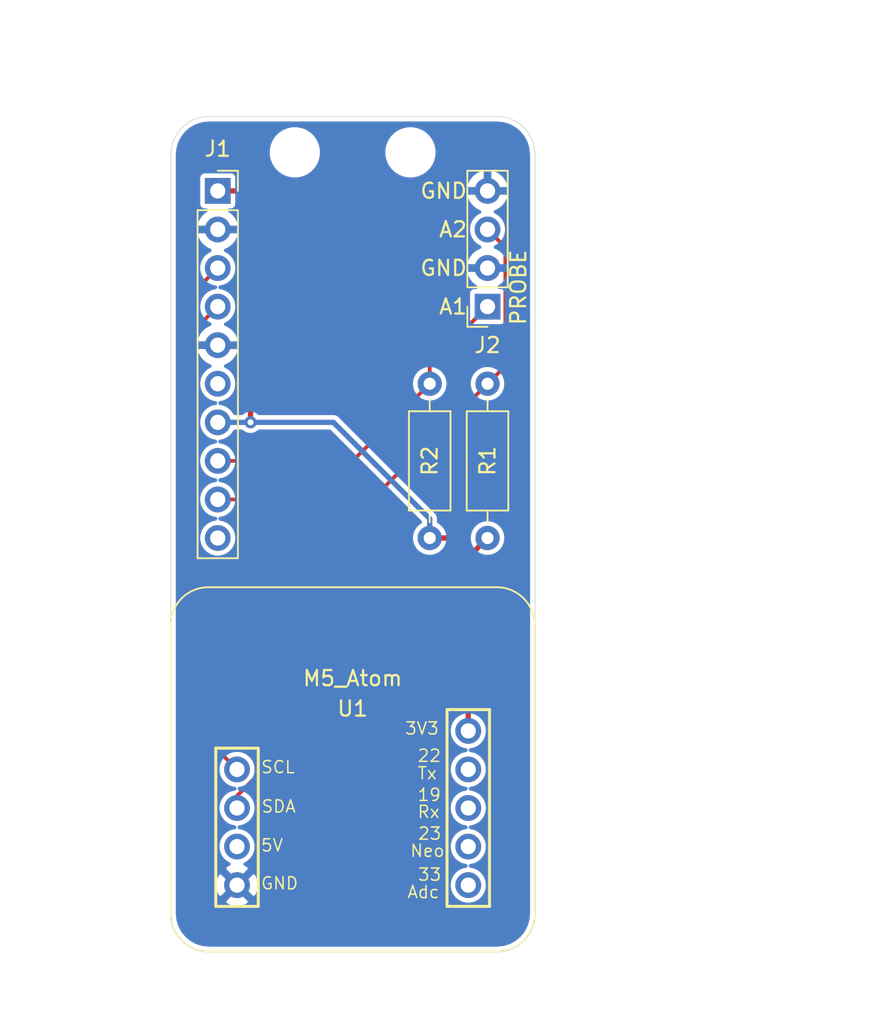
<source format=kicad_pcb>
(kicad_pcb (version 20171130) (host pcbnew 5.1.12-1.fc34)

  (general
    (thickness 1.6)
    (drawings 12)
    (tracks 30)
    (zones 0)
    (modules 7)
    (nets 14)
  )

  (page A4)
  (layers
    (0 F.Cu signal)
    (31 B.Cu signal)
    (32 B.Adhes user)
    (33 F.Adhes user)
    (34 B.Paste user)
    (35 F.Paste user)
    (36 B.SilkS user)
    (37 F.SilkS user)
    (38 B.Mask user)
    (39 F.Mask user)
    (40 Dwgs.User user)
    (41 Cmts.User user)
    (42 Eco1.User user)
    (43 Eco2.User user)
    (44 Edge.Cuts user)
    (45 Margin user)
    (46 B.CrtYd user)
    (47 F.CrtYd user)
    (48 B.Fab user)
    (49 F.Fab user)
  )

  (setup
    (last_trace_width 0.25)
    (trace_clearance 0.2)
    (zone_clearance 0.3)
    (zone_45_only no)
    (trace_min 0.2)
    (via_size 0.8)
    (via_drill 0.4)
    (via_min_size 0.4)
    (via_min_drill 0.3)
    (uvia_size 0.3)
    (uvia_drill 0.1)
    (uvias_allowed no)
    (uvia_min_size 0.2)
    (uvia_min_drill 0.1)
    (edge_width 0.05)
    (segment_width 0.2)
    (pcb_text_width 0.3)
    (pcb_text_size 1.5 1.5)
    (mod_edge_width 0.12)
    (mod_text_size 1 1)
    (mod_text_width 0.15)
    (pad_size 1.524 1.524)
    (pad_drill 0.762)
    (pad_to_mask_clearance 0)
    (aux_axis_origin 0 0)
    (visible_elements FFFFFF7F)
    (pcbplotparams
      (layerselection 0x010fc_ffffffff)
      (usegerberextensions false)
      (usegerberattributes true)
      (usegerberadvancedattributes true)
      (creategerberjobfile true)
      (excludeedgelayer true)
      (linewidth 0.100000)
      (plotframeref false)
      (viasonmask false)
      (mode 1)
      (useauxorigin false)
      (hpglpennumber 1)
      (hpglpenspeed 20)
      (hpglpendiameter 15.000000)
      (psnegative false)
      (psa4output false)
      (plotreference true)
      (plotvalue true)
      (plotinvisibletext false)
      (padsonsilk false)
      (subtractmaskfromsilk false)
      (outputformat 1)
      (mirror false)
      (drillshape 1)
      (scaleselection 1)
      (outputdirectory "../FAB/m5atom-2x-thermistor/"))
  )

  (net 0 "")
  (net 1 "Net-(U1-Pad7)")
  (net 2 "Net-(U1-Pad8)")
  (net 3 "Net-(U1-Pad9)")
  (net 4 /SDA)
  (net 5 /CLK)
  (net 6 +3V3)
  (net 7 GND)
  (net 8 "Net-(U1-Pad6)")
  (net 9 "Net-(J1-Pad10)")
  (net 10 /A2)
  (net 11 /A1)
  (net 12 "Net-(J1-Pad6)")
  (net 13 "Net-(U1-Pad3)")

  (net_class Default "This is the default net class."
    (clearance 0.2)
    (trace_width 0.25)
    (via_dia 0.8)
    (via_drill 0.4)
    (uvia_dia 0.3)
    (uvia_drill 0.1)
    (add_net /A1)
    (add_net /A2)
    (add_net /CLK)
    (add_net /SDA)
    (add_net "Net-(J1-Pad10)")
    (add_net "Net-(J1-Pad6)")
    (add_net "Net-(U1-Pad3)")
    (add_net "Net-(U1-Pad6)")
    (add_net "Net-(U1-Pad7)")
    (add_net "Net-(U1-Pad8)")
    (add_net "Net-(U1-Pad9)")
  )

  (net_class Supply ""
    (clearance 0.2)
    (trace_width 0.35)
    (via_dia 0.8)
    (via_drill 0.4)
    (uvia_dia 0.3)
    (uvia_drill 0.1)
    (add_net +3V3)
    (add_net GND)
  )

  (module m5atom-footprints:M5_Atom (layer F.Cu) (tedit 62935AD3) (tstamp 6293CADD)
    (at 157.48 127)
    (path /60280DDF)
    (fp_text reference U1 (at 0 -4) (layer F.SilkS)
      (effects (font (size 1 1) (thickness 0.15)))
    )
    (fp_text value M5_Atom (at 0 -6) (layer F.SilkS)
      (effects (font (size 1 1) (thickness 0.15)))
    )
    (fp_arc (start -9.5 9.5) (end -12 9.5) (angle -90) (layer Dwgs.User) (width 0.12))
    (fp_arc (start 9.5 9.5) (end 9.5 12) (angle -90) (layer Dwgs.User) (width 0.12))
    (fp_arc (start 9.5 -9.5) (end 12 -9.5) (angle -90) (layer Dwgs.User) (width 0.12))
    (fp_text user Neo (at 3.7352 5.3594) (layer F.SilkS)
      (effects (font (size 0.8 0.8) (thickness 0.1)) (justify left))
    )
    (fp_text user Adc (at 3.55 8.075) (layer F.SilkS)
      (effects (font (size 0.8 0.8) (thickness 0.1)) (justify left))
    )
    (fp_text user SCL (at -6.0894 -0.1524) (layer F.SilkS)
      (effects (font (size 0.8 0.8) (thickness 0.1)) (justify left))
    )
    (fp_text user 22 (at 4.225 -0.9) (layer F.SilkS)
      (effects (font (size 0.8 0.8) (thickness 0.1)) (justify left))
    )
    (fp_text user SDA (at -6.064 2.4384) (layer F.SilkS)
      (effects (font (size 0.8 0.8) (thickness 0.1)) (justify left))
    )
    (fp_text user GND (at -6.1 7.5) (layer F.SilkS)
      (effects (font (size 0.8 0.8) (thickness 0.1)) (justify left))
    )
    (fp_text user 33 (at 4.25 6.925) (layer F.SilkS)
      (effects (font (size 0.8 0.8) (thickness 0.1)) (justify left))
    )
    (fp_text user 5V (at -6.1 5) (layer F.SilkS)
      (effects (font (size 0.8 0.8) (thickness 0.1)) (justify left))
    )
    (fp_text user 3V3 (at 3.4 -2.7) (layer F.SilkS)
      (effects (font (size 0.8 0.8) (thickness 0.1)) (justify left))
    )
    (fp_text user Rx (at 4.2178 2.794) (layer F.SilkS)
      (effects (font (size 0.8 0.8) (thickness 0.1)) (justify left))
    )
    (fp_text user 23 (at 4.25 4.225) (layer F.SilkS)
      (effects (font (size 0.8 0.8) (thickness 0.1)) (justify left))
    )
    (fp_text user Tx (at 4.2178 0.254) (layer F.SilkS)
      (effects (font (size 0.8 0.8) (thickness 0.1)) (justify left))
    )
    (fp_text user 19 (at 4.225 1.675) (layer F.SilkS)
      (effects (font (size 0.8 0.8) (thickness 0.1)) (justify left))
    )
    (fp_arc (start -9.5 -9.5) (end -9.5 -12) (angle -90) (layer Dwgs.User) (width 0.12))
    (fp_line (start -12 9.5) (end -12 -9.5) (layer Dwgs.User) (width 0.12))
    (fp_line (start 9.5 12) (end -9.5 12) (layer Dwgs.User) (width 0.12))
    (fp_line (start 12 -9.5) (end 12 9.5) (layer Dwgs.User) (width 0.12))
    (fp_line (start -9.5 -12) (end 9.5 -12) (layer Dwgs.User) (width 0.12))
    (fp_line (start 9.02 9.02) (end 9.02 -3.94) (layer F.SilkS) (width 0.2))
    (fp_line (start -9.02 9.02) (end -6.22 9.02) (layer F.SilkS) (width 0.2))
    (fp_line (start 6.22 9.02) (end 9.02 9.02) (layer F.SilkS) (width 0.2))
    (fp_line (start -9.02 -1.4) (end -6.22 -1.4) (layer F.SilkS) (width 0.2))
    (fp_line (start -6.22 9.02) (end -6.22 -1.4) (layer F.SilkS) (width 0.2))
    (fp_line (start 6.22 9.02) (end 6.22 -3.94) (layer F.SilkS) (width 0.2))
    (fp_line (start 6.22 -3.94) (end 9.02 -3.94) (layer F.SilkS) (width 0.2))
    (fp_line (start -9.02 9.02) (end -9.02 -1.4) (layer F.SilkS) (width 0.2))
    (fp_line (start -12 9.5) (end -12 -9.5) (layer F.SilkS) (width 0.12))
    (fp_line (start 9.5 12) (end -9.5 12) (layer F.SilkS) (width 0.12))
    (fp_arc (start -9.5 9.5) (end -12 9.5) (angle -90) (layer F.SilkS) (width 0.12))
    (fp_arc (start 9.5 -9.5) (end 12 -9.5) (angle -90) (layer F.SilkS) (width 0.12))
    (fp_line (start -9.5 -12) (end 9.5 -12) (layer F.SilkS) (width 0.12))
    (fp_line (start 12 -9.5) (end 12 9.5) (layer F.SilkS) (width 0.12))
    (fp_arc (start 9.5 9.5) (end 9.5 12) (angle -90) (layer F.SilkS) (width 0.12))
    (fp_arc (start -9.5 -9.5) (end -9.5 -12) (angle -90) (layer F.SilkS) (width 0.12))
    (pad 9 thru_hole circle (at 7.62 7.62) (size 1.7 1.7) (drill 1) (layers *.Cu *.Mask)
      (net 3 "Net-(U1-Pad9)"))
    (pad 2 thru_hole circle (at -7.62 2.54 180) (size 1.7 1.7) (drill 1) (layers *.Cu *.Mask)
      (net 4 /SDA))
    (pad 1 thru_hole circle (at -7.62 0 180) (size 1.7 1.7) (drill 1) (layers *.Cu *.Mask)
      (net 5 /CLK))
    (pad 7 thru_hole circle (at 7.62 2.54) (size 1.7 1.7) (drill 1) (layers *.Cu *.Mask)
      (net 1 "Net-(U1-Pad7)"))
    (pad 8 thru_hole circle (at 7.62 5.08) (size 1.7 1.7) (drill 1) (layers *.Cu *.Mask)
      (net 2 "Net-(U1-Pad8)"))
    (pad 3 thru_hole circle (at -7.62 5.08 180) (size 1.7 1.7) (drill 1) (layers *.Cu *.Mask)
      (net 13 "Net-(U1-Pad3)"))
    (pad 6 thru_hole circle (at 7.62 0) (size 1.7 1.7) (drill 1) (layers *.Cu *.Mask)
      (net 8 "Net-(U1-Pad6)"))
    (pad 5 thru_hole circle (at 7.62 -2.54) (size 1.7 1.7) (drill 1) (layers *.Cu *.Mask)
      (net 6 +3V3))
    (pad 4 thru_hole circle (at -7.62 7.62 180) (size 1.7 1.7) (drill 1) (layers *.Cu *.Mask)
      (net 7 GND))
  )

  (module MountingHole:MountingHole_2.7mm (layer F.Cu) (tedit 56D1B4CB) (tstamp 6293E600)
    (at 153.67 86.36)
    (descr "Mounting Hole 2.7mm, no annular")
    (tags "mounting hole 2.7mm no annular")
    (path /629874DD)
    (attr virtual)
    (fp_text reference H2 (at 0 -3.7) (layer F.SilkS) hide
      (effects (font (size 1 1) (thickness 0.15)))
    )
    (fp_text value MountingHole (at 0 3.7) (layer F.Fab) hide
      (effects (font (size 1 1) (thickness 0.15)))
    )
    (fp_text user %R (at 0.3 0) (layer F.Fab)
      (effects (font (size 1 1) (thickness 0.15)))
    )
    (fp_circle (center 0 0) (end 2.7 0) (layer Cmts.User) (width 0.15))
    (fp_circle (center 0 0) (end 2.95 0) (layer F.CrtYd) (width 0.05))
    (pad 1 np_thru_hole circle (at 0 0) (size 2.7 2.7) (drill 2.7) (layers *.Cu *.Mask))
  )

  (module MountingHole:MountingHole_2.7mm (layer F.Cu) (tedit 56D1B4CB) (tstamp 6293E2AC)
    (at 161.29 86.36)
    (descr "Mounting Hole 2.7mm, no annular")
    (tags "mounting hole 2.7mm no annular")
    (path /629863A4)
    (attr virtual)
    (fp_text reference H1 (at 0 -3.7 90) (layer F.SilkS) hide
      (effects (font (size 1 1) (thickness 0.15)))
    )
    (fp_text value MountingHole (at 0 3.7) (layer F.Fab) hide
      (effects (font (size 1 1) (thickness 0.15)))
    )
    (fp_text user %R (at 0.3 0) (layer F.Fab)
      (effects (font (size 1 1) (thickness 0.15)))
    )
    (fp_circle (center 0 0) (end 2.7 0) (layer Cmts.User) (width 0.15))
    (fp_circle (center 0 0) (end 2.95 0) (layer F.CrtYd) (width 0.05))
    (pad 1 np_thru_hole circle (at 0 0) (size 2.7 2.7) (drill 2.7) (layers *.Cu *.Mask))
  )

  (module Connector_PinSocket_2.54mm:PinSocket_1x10_P2.54mm_Vertical (layer F.Cu) (tedit 5A19A425) (tstamp 6293CC67)
    (at 148.59 88.9)
    (descr "Through hole straight socket strip, 1x10, 2.54mm pitch, single row (from Kicad 4.0.7), script generated")
    (tags "Through hole socket strip THT 1x10 2.54mm single row")
    (path /62940FD0)
    (fp_text reference J1 (at 0 -2.77) (layer F.SilkS)
      (effects (font (size 1 1) (thickness 0.15)))
    )
    (fp_text value ADS1115_MOD (at 2.54 19.26 90) (layer F.Fab)
      (effects (font (size 1 1) (thickness 0.15)))
    )
    (fp_text user %R (at 0 11.43 90) (layer F.Fab)
      (effects (font (size 1 1) (thickness 0.15)))
    )
    (fp_line (start -1.27 -1.27) (end 0.635 -1.27) (layer F.Fab) (width 0.1))
    (fp_line (start 0.635 -1.27) (end 1.27 -0.635) (layer F.Fab) (width 0.1))
    (fp_line (start 1.27 -0.635) (end 1.27 24.13) (layer F.Fab) (width 0.1))
    (fp_line (start 1.27 24.13) (end -1.27 24.13) (layer F.Fab) (width 0.1))
    (fp_line (start -1.27 24.13) (end -1.27 -1.27) (layer F.Fab) (width 0.1))
    (fp_line (start -1.33 1.27) (end 1.33 1.27) (layer F.SilkS) (width 0.12))
    (fp_line (start -1.33 1.27) (end -1.33 24.19) (layer F.SilkS) (width 0.12))
    (fp_line (start -1.33 24.19) (end 1.33 24.19) (layer F.SilkS) (width 0.12))
    (fp_line (start 1.33 1.27) (end 1.33 24.19) (layer F.SilkS) (width 0.12))
    (fp_line (start 1.33 -1.33) (end 1.33 0) (layer F.SilkS) (width 0.12))
    (fp_line (start 0 -1.33) (end 1.33 -1.33) (layer F.SilkS) (width 0.12))
    (fp_line (start -1.8 -1.8) (end 1.75 -1.8) (layer F.CrtYd) (width 0.05))
    (fp_line (start 1.75 -1.8) (end 1.75 24.6) (layer F.CrtYd) (width 0.05))
    (fp_line (start 1.75 24.6) (end -1.8 24.6) (layer F.CrtYd) (width 0.05))
    (fp_line (start -1.8 24.6) (end -1.8 -1.8) (layer F.CrtYd) (width 0.05))
    (pad 10 thru_hole oval (at 0 22.86) (size 1.7 1.7) (drill 1) (layers *.Cu *.Mask)
      (net 9 "Net-(J1-Pad10)"))
    (pad 9 thru_hole oval (at 0 20.32) (size 1.7 1.7) (drill 1) (layers *.Cu *.Mask)
      (net 10 /A2))
    (pad 8 thru_hole oval (at 0 17.78) (size 1.7 1.7) (drill 1) (layers *.Cu *.Mask)
      (net 11 /A1))
    (pad 7 thru_hole oval (at 0 15.24) (size 1.7 1.7) (drill 1) (layers *.Cu *.Mask)
      (net 6 +3V3))
    (pad 6 thru_hole oval (at 0 12.7) (size 1.7 1.7) (drill 1) (layers *.Cu *.Mask)
      (net 12 "Net-(J1-Pad6)"))
    (pad 5 thru_hole oval (at 0 10.16) (size 1.7 1.7) (drill 1) (layers *.Cu *.Mask)
      (net 7 GND))
    (pad 4 thru_hole oval (at 0 7.62) (size 1.7 1.7) (drill 1) (layers *.Cu *.Mask)
      (net 4 /SDA))
    (pad 3 thru_hole oval (at 0 5.08) (size 1.7 1.7) (drill 1) (layers *.Cu *.Mask)
      (net 5 /CLK))
    (pad 2 thru_hole oval (at 0 2.54) (size 1.7 1.7) (drill 1) (layers *.Cu *.Mask)
      (net 7 GND))
    (pad 1 thru_hole rect (at 0 0) (size 1.7 1.7) (drill 1) (layers *.Cu *.Mask)
      (net 6 +3V3))
    (model ${KISYS3DMOD}/Connector_PinSocket_2.54mm.3dshapes/PinSocket_1x10_P2.54mm_Vertical.wrl
      (at (xyz 0 0 0))
      (scale (xyz 1 1 1))
      (rotate (xyz 0 0 0))
    )
  )

  (module Resistor_THT:R_Axial_DIN0207_L6.3mm_D2.5mm_P10.16mm_Horizontal (layer F.Cu) (tedit 5AE5139B) (tstamp 6293CE46)
    (at 162.56 111.76 90)
    (descr "Resistor, Axial_DIN0207 series, Axial, Horizontal, pin pitch=10.16mm, 0.25W = 1/4W, length*diameter=6.3*2.5mm^2, http://cdn-reichelt.de/documents/datenblatt/B400/1_4W%23YAG.pdf")
    (tags "Resistor Axial_DIN0207 series Axial Horizontal pin pitch 10.16mm 0.25W = 1/4W length 6.3mm diameter 2.5mm")
    (path /6295B949)
    (fp_text reference R2 (at 5.08 0 90) (layer F.SilkS)
      (effects (font (size 1 1) (thickness 0.15)))
    )
    (fp_text value 200k (at 5.08 0 90) (layer F.Fab)
      (effects (font (size 1 1) (thickness 0.15)))
    )
    (fp_text user %R (at 5.08 0 90) (layer F.Fab)
      (effects (font (size 1 1) (thickness 0.15)))
    )
    (fp_line (start 1.93 -1.25) (end 1.93 1.25) (layer F.Fab) (width 0.1))
    (fp_line (start 1.93 1.25) (end 8.23 1.25) (layer F.Fab) (width 0.1))
    (fp_line (start 8.23 1.25) (end 8.23 -1.25) (layer F.Fab) (width 0.1))
    (fp_line (start 8.23 -1.25) (end 1.93 -1.25) (layer F.Fab) (width 0.1))
    (fp_line (start 0 0) (end 1.93 0) (layer F.Fab) (width 0.1))
    (fp_line (start 10.16 0) (end 8.23 0) (layer F.Fab) (width 0.1))
    (fp_line (start 1.81 -1.37) (end 1.81 1.37) (layer F.SilkS) (width 0.12))
    (fp_line (start 1.81 1.37) (end 8.35 1.37) (layer F.SilkS) (width 0.12))
    (fp_line (start 8.35 1.37) (end 8.35 -1.37) (layer F.SilkS) (width 0.12))
    (fp_line (start 8.35 -1.37) (end 1.81 -1.37) (layer F.SilkS) (width 0.12))
    (fp_line (start 1.04 0) (end 1.81 0) (layer F.SilkS) (width 0.12))
    (fp_line (start 9.12 0) (end 8.35 0) (layer F.SilkS) (width 0.12))
    (fp_line (start -1.05 -1.5) (end -1.05 1.5) (layer F.CrtYd) (width 0.05))
    (fp_line (start -1.05 1.5) (end 11.21 1.5) (layer F.CrtYd) (width 0.05))
    (fp_line (start 11.21 1.5) (end 11.21 -1.5) (layer F.CrtYd) (width 0.05))
    (fp_line (start 11.21 -1.5) (end -1.05 -1.5) (layer F.CrtYd) (width 0.05))
    (pad 2 thru_hole oval (at 10.16 0 90) (size 1.6 1.6) (drill 0.8) (layers *.Cu *.Mask)
      (net 11 /A1))
    (pad 1 thru_hole circle (at 0 0 90) (size 1.6 1.6) (drill 0.8) (layers *.Cu *.Mask)
      (net 6 +3V3))
    (model ${KISYS3DMOD}/Resistor_THT.3dshapes/R_Axial_DIN0207_L6.3mm_D2.5mm_P10.16mm_Horizontal.wrl
      (at (xyz 0 0 0))
      (scale (xyz 1 1 1))
      (rotate (xyz 0 0 0))
    )
  )

  (module Resistor_THT:R_Axial_DIN0207_L6.3mm_D2.5mm_P10.16mm_Horizontal (layer F.Cu) (tedit 5AE5139B) (tstamp 6293CA88)
    (at 166.37 111.76 90)
    (descr "Resistor, Axial_DIN0207 series, Axial, Horizontal, pin pitch=10.16mm, 0.25W = 1/4W, length*diameter=6.3*2.5mm^2, http://cdn-reichelt.de/documents/datenblatt/B400/1_4W%23YAG.pdf")
    (tags "Resistor Axial_DIN0207 series Axial Horizontal pin pitch 10.16mm 0.25W = 1/4W length 6.3mm diameter 2.5mm")
    (path /62961A52)
    (fp_text reference R1 (at 5.08 0 90) (layer F.SilkS)
      (effects (font (size 1 1) (thickness 0.15)))
    )
    (fp_text value 200k (at 5.08 0 90) (layer F.Fab)
      (effects (font (size 1 1) (thickness 0.15)))
    )
    (fp_text user %R (at 5.08 0 90) (layer F.Fab)
      (effects (font (size 1 1) (thickness 0.15)))
    )
    (fp_line (start 1.93 -1.25) (end 1.93 1.25) (layer F.Fab) (width 0.1))
    (fp_line (start 1.93 1.25) (end 8.23 1.25) (layer F.Fab) (width 0.1))
    (fp_line (start 8.23 1.25) (end 8.23 -1.25) (layer F.Fab) (width 0.1))
    (fp_line (start 8.23 -1.25) (end 1.93 -1.25) (layer F.Fab) (width 0.1))
    (fp_line (start 0 0) (end 1.93 0) (layer F.Fab) (width 0.1))
    (fp_line (start 10.16 0) (end 8.23 0) (layer F.Fab) (width 0.1))
    (fp_line (start 1.81 -1.37) (end 1.81 1.37) (layer F.SilkS) (width 0.12))
    (fp_line (start 1.81 1.37) (end 8.35 1.37) (layer F.SilkS) (width 0.12))
    (fp_line (start 8.35 1.37) (end 8.35 -1.37) (layer F.SilkS) (width 0.12))
    (fp_line (start 8.35 -1.37) (end 1.81 -1.37) (layer F.SilkS) (width 0.12))
    (fp_line (start 1.04 0) (end 1.81 0) (layer F.SilkS) (width 0.12))
    (fp_line (start 9.12 0) (end 8.35 0) (layer F.SilkS) (width 0.12))
    (fp_line (start -1.05 -1.5) (end -1.05 1.5) (layer F.CrtYd) (width 0.05))
    (fp_line (start -1.05 1.5) (end 11.21 1.5) (layer F.CrtYd) (width 0.05))
    (fp_line (start 11.21 1.5) (end 11.21 -1.5) (layer F.CrtYd) (width 0.05))
    (fp_line (start 11.21 -1.5) (end -1.05 -1.5) (layer F.CrtYd) (width 0.05))
    (pad 2 thru_hole oval (at 10.16 0 90) (size 1.6 1.6) (drill 0.8) (layers *.Cu *.Mask)
      (net 10 /A2))
    (pad 1 thru_hole circle (at 0 0 90) (size 1.6 1.6) (drill 0.8) (layers *.Cu *.Mask)
      (net 6 +3V3))
    (model ${KISYS3DMOD}/Resistor_THT.3dshapes/R_Axial_DIN0207_L6.3mm_D2.5mm_P10.16mm_Horizontal.wrl
      (at (xyz 0 0 0))
      (scale (xyz 1 1 1))
      (rotate (xyz 0 0 0))
    )
  )

  (module Connector_PinSocket_2.54mm:PinSocket_1x04_P2.54mm_Vertical (layer F.Cu) (tedit 5A19A429) (tstamp 6293D099)
    (at 166.37 96.52 180)
    (descr "Through hole straight socket strip, 1x04, 2.54mm pitch, single row (from Kicad 4.0.7), script generated")
    (tags "Through hole socket strip THT 1x04 2.54mm single row")
    (path /62958103)
    (fp_text reference J2 (at 0 -2.54) (layer F.SilkS)
      (effects (font (size 1 1) (thickness 0.15)))
    )
    (fp_text value PROBE (at -2.032 1.27 90) (layer F.SilkS)
      (effects (font (size 1 1) (thickness 0.15)))
    )
    (fp_text user %R (at 0 -2.54 180) (layer F.Fab)
      (effects (font (size 1 1) (thickness 0.15)))
    )
    (fp_line (start -1.27 -1.27) (end 0.635 -1.27) (layer F.Fab) (width 0.1))
    (fp_line (start 0.635 -1.27) (end 1.27 -0.635) (layer F.Fab) (width 0.1))
    (fp_line (start 1.27 -0.635) (end 1.27 8.89) (layer F.Fab) (width 0.1))
    (fp_line (start 1.27 8.89) (end -1.27 8.89) (layer F.Fab) (width 0.1))
    (fp_line (start -1.27 8.89) (end -1.27 -1.27) (layer F.Fab) (width 0.1))
    (fp_line (start -1.33 1.27) (end 1.33 1.27) (layer F.SilkS) (width 0.12))
    (fp_line (start -1.33 1.27) (end -1.33 8.95) (layer F.SilkS) (width 0.12))
    (fp_line (start -1.33 8.95) (end 1.33 8.95) (layer F.SilkS) (width 0.12))
    (fp_line (start 1.33 1.27) (end 1.33 8.95) (layer F.SilkS) (width 0.12))
    (fp_line (start 1.33 -1.33) (end 1.33 0) (layer F.SilkS) (width 0.12))
    (fp_line (start 0 -1.33) (end 1.33 -1.33) (layer F.SilkS) (width 0.12))
    (fp_line (start -1.8 -1.8) (end 1.75 -1.8) (layer F.CrtYd) (width 0.05))
    (fp_line (start 1.75 -1.8) (end 1.75 9.4) (layer F.CrtYd) (width 0.05))
    (fp_line (start 1.75 9.4) (end -1.8 9.4) (layer F.CrtYd) (width 0.05))
    (fp_line (start -1.8 9.4) (end -1.8 -1.8) (layer F.CrtYd) (width 0.05))
    (pad 4 thru_hole oval (at 0 7.62 180) (size 1.7 1.7) (drill 1) (layers *.Cu *.Mask)
      (net 7 GND))
    (pad 3 thru_hole oval (at 0 5.08 180) (size 1.7 1.7) (drill 1) (layers *.Cu *.Mask)
      (net 10 /A2))
    (pad 2 thru_hole oval (at 0 2.54 180) (size 1.7 1.7) (drill 1) (layers *.Cu *.Mask)
      (net 7 GND))
    (pad 1 thru_hole rect (at 0 0 180) (size 1.7 1.7) (drill 1) (layers *.Cu *.Mask)
      (net 11 /A1))
    (model ${KISYS3DMOD}/Connector_PinSocket_2.54mm.3dshapes/PinSocket_1x04_P2.54mm_Vertical.wrl
      (at (xyz 0 0 0))
      (scale (xyz 1 1 1))
      (rotate (xyz 0 0 0))
    )
  )

  (gr_text A1 (at 165.1 96.52) (layer F.SilkS) (tstamp 6293F62B)
    (effects (font (size 1 1) (thickness 0.15)) (justify right))
  )
  (gr_text A2 (at 165.1 91.44) (layer F.SilkS) (tstamp 6293F629)
    (effects (font (size 1 1) (thickness 0.15)) (justify right))
  )
  (gr_text GND (at 165.1 93.98) (layer F.SilkS) (tstamp 6293F627)
    (effects (font (size 1 1) (thickness 0.15)) (justify right))
  )
  (gr_text GND (at 165.1 88.9) (layer F.SilkS)
    (effects (font (size 1 1) (thickness 0.15)) (justify right))
  )
  (gr_arc (start 148 86.5) (end 148 84) (angle -90) (layer Edge.Cuts) (width 0.05))
  (gr_arc (start 167 86.5) (end 169.5 86.5) (angle -90) (layer Edge.Cuts) (width 0.05))
  (gr_arc (start 167 136.5) (end 167 139) (angle -90) (layer Edge.Cuts) (width 0.05))
  (gr_arc (start 148 136.5) (end 145.5 136.5) (angle -90) (layer Edge.Cuts) (width 0.05))
  (gr_line (start 169.5 136.5) (end 169.5 86.5) (layer Edge.Cuts) (width 0.05))
  (gr_line (start 148 84) (end 167 84) (layer Edge.Cuts) (width 0.05))
  (gr_line (start 145.5 136.5) (end 145.5 86.5) (layer Edge.Cuts) (width 0.05))
  (gr_line (start 148 139) (end 167 139) (layer Edge.Cuts) (width 0.05) (tstamp 6293CA19))

  (segment (start 149.86 128.739002) (end 149.86 129.54) (width 0.25) (layer F.Cu) (net 4))
  (segment (start 151.13 124.46) (end 151.13 127.469002) (width 0.25) (layer F.Cu) (net 4))
  (segment (start 147.193 120.523) (end 151.13 124.46) (width 0.25) (layer F.Cu) (net 4))
  (segment (start 151.13 127.469002) (end 149.86 128.739002) (width 0.25) (layer F.Cu) (net 4))
  (segment (start 147.193 97.917) (end 147.193 120.523) (width 0.25) (layer F.Cu) (net 4))
  (segment (start 148.59 96.52) (end 147.193 97.917) (width 0.25) (layer F.Cu) (net 4))
  (segment (start 146.304 96.266) (end 146.304 123.444) (width 0.25) (layer F.Cu) (net 5))
  (segment (start 146.304 123.444) (end 149.86 127) (width 0.25) (layer F.Cu) (net 5))
  (segment (start 148.59 93.98) (end 146.304 96.266) (width 0.25) (layer F.Cu) (net 5))
  (segment (start 165.1 113.03) (end 166.37 111.76) (width 0.35) (layer F.Cu) (net 6))
  (segment (start 165.1 124.46) (end 165.1 113.03) (width 0.35) (layer F.Cu) (net 6))
  (segment (start 163.83 111.76) (end 165.1 113.03) (width 0.35) (layer F.Cu) (net 6))
  (segment (start 162.56 111.76) (end 163.83 111.76) (width 0.35) (layer F.Cu) (net 6))
  (segment (start 162.56 110.49) (end 162.56 111.76) (width 0.35) (layer B.Cu) (net 6))
  (segment (start 156.21 104.14) (end 162.56 110.49) (width 0.35) (layer B.Cu) (net 6))
  (via (at 150.749 104.14) (size 0.8) (drill 0.4) (layers F.Cu B.Cu) (net 6))
  (segment (start 148.59 104.14) (end 150.749 104.14) (width 0.35) (layer B.Cu) (net 6))
  (segment (start 150.749 104.14) (end 156.21 104.14) (width 0.35) (layer B.Cu) (net 6))
  (segment (start 150.749 89.662) (end 150.749 104.14) (width 0.35) (layer F.Cu) (net 6))
  (segment (start 149.987 88.9) (end 150.749 89.662) (width 0.35) (layer F.Cu) (net 6))
  (segment (start 148.59 88.9) (end 149.987 88.9) (width 0.35) (layer F.Cu) (net 6))
  (segment (start 158.75 109.22) (end 166.37 101.6) (width 0.25) (layer F.Cu) (net 10))
  (segment (start 148.59 109.22) (end 158.75 109.22) (width 0.25) (layer F.Cu) (net 10))
  (segment (start 167.545001 92.615001) (end 166.37 91.44) (width 0.25) (layer F.Cu) (net 10))
  (segment (start 167.545001 100.424999) (end 167.545001 92.615001) (width 0.25) (layer F.Cu) (net 10))
  (segment (start 166.37 101.6) (end 167.545001 100.424999) (width 0.25) (layer F.Cu) (net 10))
  (segment (start 157.48 106.68) (end 162.56 101.6) (width 0.25) (layer F.Cu) (net 11))
  (segment (start 148.59 106.68) (end 157.48 106.68) (width 0.25) (layer F.Cu) (net 11))
  (segment (start 162.56 100.33) (end 166.37 96.52) (width 0.25) (layer F.Cu) (net 11))
  (segment (start 162.56 101.6) (end 162.56 100.33) (width 0.25) (layer F.Cu) (net 11))

  (zone (net 7) (net_name GND) (layer B.Cu) (tstamp 0) (hatch edge 0.508)
    (connect_pads (clearance 0.3))
    (min_thickness 0.254)
    (fill yes (arc_segments 32) (thermal_gap 0.508) (thermal_bridge_width 0.508))
    (polygon
      (pts
        (xy 191.643 142.875) (xy 134.62 143.764) (xy 134.239 81.407) (xy 182.118 76.327)
      )
    )
    (filled_polygon
      (pts
        (xy 167.397373 84.49313) (xy 167.779606 84.608534) (xy 168.132149 84.795985) (xy 168.441565 85.048338) (xy 168.696073 85.355987)
        (xy 168.885977 85.707206) (xy 169.004047 86.088628) (xy 169.048001 86.506826) (xy 169.048 136.477891) (xy 169.00687 136.89737)
        (xy 168.891467 137.279605) (xy 168.704018 137.632146) (xy 168.451664 137.941562) (xy 168.144017 138.19607) (xy 167.792794 138.385977)
        (xy 167.411372 138.504047) (xy 166.993183 138.548) (xy 148.022109 138.548) (xy 147.60263 138.50687) (xy 147.220395 138.391467)
        (xy 146.867854 138.204018) (xy 146.558438 137.951664) (xy 146.30393 137.644017) (xy 146.114023 137.292794) (xy 145.995953 136.911372)
        (xy 145.952 136.493183) (xy 145.952 135.648397) (xy 149.011208 135.648397) (xy 149.088843 135.897472) (xy 149.352883 136.023371)
        (xy 149.636411 136.095339) (xy 149.928531 136.110611) (xy 150.218019 136.068599) (xy 150.493747 135.970919) (xy 150.631157 135.897472)
        (xy 150.708792 135.648397) (xy 149.86 134.799605) (xy 149.011208 135.648397) (xy 145.952 135.648397) (xy 145.952 134.688531)
        (xy 148.369389 134.688531) (xy 148.411401 134.978019) (xy 148.509081 135.253747) (xy 148.582528 135.391157) (xy 148.831603 135.468792)
        (xy 149.680395 134.62) (xy 150.039605 134.62) (xy 150.888397 135.468792) (xy 151.137472 135.391157) (xy 151.263371 135.127117)
        (xy 151.335339 134.843589) (xy 151.350611 134.551469) (xy 151.308599 134.261981) (xy 151.210919 133.986253) (xy 151.137472 133.848843)
        (xy 150.888397 133.771208) (xy 150.039605 134.62) (xy 149.680395 134.62) (xy 148.831603 133.771208) (xy 148.582528 133.848843)
        (xy 148.456629 134.112883) (xy 148.384661 134.396411) (xy 148.369389 134.688531) (xy 145.952 134.688531) (xy 145.952 126.874226)
        (xy 148.583 126.874226) (xy 148.583 127.125774) (xy 148.632074 127.372487) (xy 148.728337 127.604886) (xy 148.868089 127.81404)
        (xy 149.04596 127.991911) (xy 149.255114 128.131663) (xy 149.487513 128.227926) (xy 149.699034 128.27) (xy 149.487513 128.312074)
        (xy 149.255114 128.408337) (xy 149.04596 128.548089) (xy 148.868089 128.72596) (xy 148.728337 128.935114) (xy 148.632074 129.167513)
        (xy 148.583 129.414226) (xy 148.583 129.665774) (xy 148.632074 129.912487) (xy 148.728337 130.144886) (xy 148.868089 130.35404)
        (xy 149.04596 130.531911) (xy 149.255114 130.671663) (xy 149.487513 130.767926) (xy 149.699034 130.81) (xy 149.487513 130.852074)
        (xy 149.255114 130.948337) (xy 149.04596 131.088089) (xy 148.868089 131.26596) (xy 148.728337 131.475114) (xy 148.632074 131.707513)
        (xy 148.583 131.954226) (xy 148.583 132.205774) (xy 148.632074 132.452487) (xy 148.728337 132.684886) (xy 148.868089 132.89404)
        (xy 149.04596 133.071911) (xy 149.255114 133.211663) (xy 149.316526 133.237101) (xy 149.226253 133.269081) (xy 149.088843 133.342528)
        (xy 149.011208 133.591603) (xy 149.86 134.440395) (xy 150.708792 133.591603) (xy 150.631157 133.342528) (xy 150.406994 133.235643)
        (xy 150.464886 133.211663) (xy 150.67404 133.071911) (xy 150.851911 132.89404) (xy 150.991663 132.684886) (xy 151.087926 132.452487)
        (xy 151.137 132.205774) (xy 151.137 131.954226) (xy 151.087926 131.707513) (xy 150.991663 131.475114) (xy 150.851911 131.26596)
        (xy 150.67404 131.088089) (xy 150.464886 130.948337) (xy 150.232487 130.852074) (xy 150.020966 130.81) (xy 150.232487 130.767926)
        (xy 150.464886 130.671663) (xy 150.67404 130.531911) (xy 150.851911 130.35404) (xy 150.991663 130.144886) (xy 151.087926 129.912487)
        (xy 151.137 129.665774) (xy 151.137 129.414226) (xy 151.087926 129.167513) (xy 150.991663 128.935114) (xy 150.851911 128.72596)
        (xy 150.67404 128.548089) (xy 150.464886 128.408337) (xy 150.232487 128.312074) (xy 150.020966 128.27) (xy 150.232487 128.227926)
        (xy 150.464886 128.131663) (xy 150.67404 127.991911) (xy 150.851911 127.81404) (xy 150.991663 127.604886) (xy 151.087926 127.372487)
        (xy 151.137 127.125774) (xy 151.137 126.874226) (xy 151.087926 126.627513) (xy 150.991663 126.395114) (xy 150.851911 126.18596)
        (xy 150.67404 126.008089) (xy 150.464886 125.868337) (xy 150.232487 125.772074) (xy 149.985774 125.723) (xy 149.734226 125.723)
        (xy 149.487513 125.772074) (xy 149.255114 125.868337) (xy 149.04596 126.008089) (xy 148.868089 126.18596) (xy 148.728337 126.395114)
        (xy 148.632074 126.627513) (xy 148.583 126.874226) (xy 145.952 126.874226) (xy 145.952 124.334226) (xy 163.823 124.334226)
        (xy 163.823 124.585774) (xy 163.872074 124.832487) (xy 163.968337 125.064886) (xy 164.108089 125.27404) (xy 164.28596 125.451911)
        (xy 164.495114 125.591663) (xy 164.727513 125.687926) (xy 164.939034 125.73) (xy 164.727513 125.772074) (xy 164.495114 125.868337)
        (xy 164.28596 126.008089) (xy 164.108089 126.18596) (xy 163.968337 126.395114) (xy 163.872074 126.627513) (xy 163.823 126.874226)
        (xy 163.823 127.125774) (xy 163.872074 127.372487) (xy 163.968337 127.604886) (xy 164.108089 127.81404) (xy 164.28596 127.991911)
        (xy 164.495114 128.131663) (xy 164.727513 128.227926) (xy 164.939034 128.27) (xy 164.727513 128.312074) (xy 164.495114 128.408337)
        (xy 164.28596 128.548089) (xy 164.108089 128.72596) (xy 163.968337 128.935114) (xy 163.872074 129.167513) (xy 163.823 129.414226)
        (xy 163.823 129.665774) (xy 163.872074 129.912487) (xy 163.968337 130.144886) (xy 164.108089 130.35404) (xy 164.28596 130.531911)
        (xy 164.495114 130.671663) (xy 164.727513 130.767926) (xy 164.939034 130.81) (xy 164.727513 130.852074) (xy 164.495114 130.948337)
        (xy 164.28596 131.088089) (xy 164.108089 131.26596) (xy 163.968337 131.475114) (xy 163.872074 131.707513) (xy 163.823 131.954226)
        (xy 163.823 132.205774) (xy 163.872074 132.452487) (xy 163.968337 132.684886) (xy 164.108089 132.89404) (xy 164.28596 133.071911)
        (xy 164.495114 133.211663) (xy 164.727513 133.307926) (xy 164.939034 133.35) (xy 164.727513 133.392074) (xy 164.495114 133.488337)
        (xy 164.28596 133.628089) (xy 164.108089 133.80596) (xy 163.968337 134.015114) (xy 163.872074 134.247513) (xy 163.823 134.494226)
        (xy 163.823 134.745774) (xy 163.872074 134.992487) (xy 163.968337 135.224886) (xy 164.108089 135.43404) (xy 164.28596 135.611911)
        (xy 164.495114 135.751663) (xy 164.727513 135.847926) (xy 164.974226 135.897) (xy 165.225774 135.897) (xy 165.472487 135.847926)
        (xy 165.704886 135.751663) (xy 165.91404 135.611911) (xy 166.091911 135.43404) (xy 166.231663 135.224886) (xy 166.327926 134.992487)
        (xy 166.377 134.745774) (xy 166.377 134.494226) (xy 166.327926 134.247513) (xy 166.231663 134.015114) (xy 166.091911 133.80596)
        (xy 165.91404 133.628089) (xy 165.704886 133.488337) (xy 165.472487 133.392074) (xy 165.260966 133.35) (xy 165.472487 133.307926)
        (xy 165.704886 133.211663) (xy 165.91404 133.071911) (xy 166.091911 132.89404) (xy 166.231663 132.684886) (xy 166.327926 132.452487)
        (xy 166.377 132.205774) (xy 166.377 131.954226) (xy 166.327926 131.707513) (xy 166.231663 131.475114) (xy 166.091911 131.26596)
        (xy 165.91404 131.088089) (xy 165.704886 130.948337) (xy 165.472487 130.852074) (xy 165.260966 130.81) (xy 165.472487 130.767926)
        (xy 165.704886 130.671663) (xy 165.91404 130.531911) (xy 166.091911 130.35404) (xy 166.231663 130.144886) (xy 166.327926 129.912487)
        (xy 166.377 129.665774) (xy 166.377 129.414226) (xy 166.327926 129.167513) (xy 166.231663 128.935114) (xy 166.091911 128.72596)
        (xy 165.91404 128.548089) (xy 165.704886 128.408337) (xy 165.472487 128.312074) (xy 165.260966 128.27) (xy 165.472487 128.227926)
        (xy 165.704886 128.131663) (xy 165.91404 127.991911) (xy 166.091911 127.81404) (xy 166.231663 127.604886) (xy 166.327926 127.372487)
        (xy 166.377 127.125774) (xy 166.377 126.874226) (xy 166.327926 126.627513) (xy 166.231663 126.395114) (xy 166.091911 126.18596)
        (xy 165.91404 126.008089) (xy 165.704886 125.868337) (xy 165.472487 125.772074) (xy 165.260966 125.73) (xy 165.472487 125.687926)
        (xy 165.704886 125.591663) (xy 165.91404 125.451911) (xy 166.091911 125.27404) (xy 166.231663 125.064886) (xy 166.327926 124.832487)
        (xy 166.377 124.585774) (xy 166.377 124.334226) (xy 166.327926 124.087513) (xy 166.231663 123.855114) (xy 166.091911 123.64596)
        (xy 165.91404 123.468089) (xy 165.704886 123.328337) (xy 165.472487 123.232074) (xy 165.225774 123.183) (xy 164.974226 123.183)
        (xy 164.727513 123.232074) (xy 164.495114 123.328337) (xy 164.28596 123.468089) (xy 164.108089 123.64596) (xy 163.968337 123.855114)
        (xy 163.872074 124.087513) (xy 163.823 124.334226) (xy 145.952 124.334226) (xy 145.952 99.41689) (xy 147.148524 99.41689)
        (xy 147.193175 99.564099) (xy 147.318359 99.82692) (xy 147.492412 100.060269) (xy 147.708645 100.255178) (xy 147.958748 100.404157)
        (xy 148.056416 100.438803) (xy 147.985114 100.468337) (xy 147.77596 100.608089) (xy 147.598089 100.78596) (xy 147.458337 100.995114)
        (xy 147.362074 101.227513) (xy 147.313 101.474226) (xy 147.313 101.725774) (xy 147.362074 101.972487) (xy 147.458337 102.204886)
        (xy 147.598089 102.41404) (xy 147.77596 102.591911) (xy 147.985114 102.731663) (xy 148.217513 102.827926) (xy 148.429034 102.87)
        (xy 148.217513 102.912074) (xy 147.985114 103.008337) (xy 147.77596 103.148089) (xy 147.598089 103.32596) (xy 147.458337 103.535114)
        (xy 147.362074 103.767513) (xy 147.313 104.014226) (xy 147.313 104.265774) (xy 147.362074 104.512487) (xy 147.458337 104.744886)
        (xy 147.598089 104.95404) (xy 147.77596 105.131911) (xy 147.985114 105.271663) (xy 148.217513 105.367926) (xy 148.429034 105.41)
        (xy 148.217513 105.452074) (xy 147.985114 105.548337) (xy 147.77596 105.688089) (xy 147.598089 105.86596) (xy 147.458337 106.075114)
        (xy 147.362074 106.307513) (xy 147.313 106.554226) (xy 147.313 106.805774) (xy 147.362074 107.052487) (xy 147.458337 107.284886)
        (xy 147.598089 107.49404) (xy 147.77596 107.671911) (xy 147.985114 107.811663) (xy 148.217513 107.907926) (xy 148.429034 107.95)
        (xy 148.217513 107.992074) (xy 147.985114 108.088337) (xy 147.77596 108.228089) (xy 147.598089 108.40596) (xy 147.458337 108.615114)
        (xy 147.362074 108.847513) (xy 147.313 109.094226) (xy 147.313 109.345774) (xy 147.362074 109.592487) (xy 147.458337 109.824886)
        (xy 147.598089 110.03404) (xy 147.77596 110.211911) (xy 147.985114 110.351663) (xy 148.217513 110.447926) (xy 148.429034 110.49)
        (xy 148.217513 110.532074) (xy 147.985114 110.628337) (xy 147.77596 110.768089) (xy 147.598089 110.94596) (xy 147.458337 111.155114)
        (xy 147.362074 111.387513) (xy 147.313 111.634226) (xy 147.313 111.885774) (xy 147.362074 112.132487) (xy 147.458337 112.364886)
        (xy 147.598089 112.57404) (xy 147.77596 112.751911) (xy 147.985114 112.891663) (xy 148.217513 112.987926) (xy 148.464226 113.037)
        (xy 148.715774 113.037) (xy 148.962487 112.987926) (xy 149.194886 112.891663) (xy 149.40404 112.751911) (xy 149.581911 112.57404)
        (xy 149.721663 112.364886) (xy 149.817926 112.132487) (xy 149.867 111.885774) (xy 149.867 111.634226) (xy 149.817926 111.387513)
        (xy 149.721663 111.155114) (xy 149.581911 110.94596) (xy 149.40404 110.768089) (xy 149.194886 110.628337) (xy 148.962487 110.532074)
        (xy 148.750966 110.49) (xy 148.962487 110.447926) (xy 149.194886 110.351663) (xy 149.40404 110.211911) (xy 149.581911 110.03404)
        (xy 149.721663 109.824886) (xy 149.817926 109.592487) (xy 149.867 109.345774) (xy 149.867 109.094226) (xy 149.817926 108.847513)
        (xy 149.721663 108.615114) (xy 149.581911 108.40596) (xy 149.40404 108.228089) (xy 149.194886 108.088337) (xy 148.962487 107.992074)
        (xy 148.750966 107.95) (xy 148.962487 107.907926) (xy 149.194886 107.811663) (xy 149.40404 107.671911) (xy 149.581911 107.49404)
        (xy 149.721663 107.284886) (xy 149.817926 107.052487) (xy 149.867 106.805774) (xy 149.867 106.554226) (xy 149.817926 106.307513)
        (xy 149.721663 106.075114) (xy 149.581911 105.86596) (xy 149.40404 105.688089) (xy 149.194886 105.548337) (xy 148.962487 105.452074)
        (xy 148.750966 105.41) (xy 148.962487 105.367926) (xy 149.194886 105.271663) (xy 149.40404 105.131911) (xy 149.581911 104.95404)
        (xy 149.721663 104.744886) (xy 149.722858 104.742) (xy 150.181447 104.742) (xy 150.221819 104.782372) (xy 150.357269 104.872877)
        (xy 150.507773 104.935218) (xy 150.667548 104.967) (xy 150.830452 104.967) (xy 150.990227 104.935218) (xy 151.140731 104.872877)
        (xy 151.276181 104.782372) (xy 151.316553 104.742) (xy 155.960645 104.742) (xy 161.926341 110.707698) (xy 161.777833 110.806927)
        (xy 161.606927 110.977833) (xy 161.472647 111.178798) (xy 161.380153 111.402097) (xy 161.333 111.639151) (xy 161.333 111.880849)
        (xy 161.380153 112.117903) (xy 161.472647 112.341202) (xy 161.606927 112.542167) (xy 161.777833 112.713073) (xy 161.978798 112.847353)
        (xy 162.202097 112.939847) (xy 162.439151 112.987) (xy 162.680849 112.987) (xy 162.917903 112.939847) (xy 163.141202 112.847353)
        (xy 163.342167 112.713073) (xy 163.513073 112.542167) (xy 163.647353 112.341202) (xy 163.739847 112.117903) (xy 163.787 111.880849)
        (xy 163.787 111.639151) (xy 165.143 111.639151) (xy 165.143 111.880849) (xy 165.190153 112.117903) (xy 165.282647 112.341202)
        (xy 165.416927 112.542167) (xy 165.587833 112.713073) (xy 165.788798 112.847353) (xy 166.012097 112.939847) (xy 166.249151 112.987)
        (xy 166.490849 112.987) (xy 166.727903 112.939847) (xy 166.951202 112.847353) (xy 167.152167 112.713073) (xy 167.323073 112.542167)
        (xy 167.457353 112.341202) (xy 167.549847 112.117903) (xy 167.597 111.880849) (xy 167.597 111.639151) (xy 167.549847 111.402097)
        (xy 167.457353 111.178798) (xy 167.323073 110.977833) (xy 167.152167 110.806927) (xy 166.951202 110.672647) (xy 166.727903 110.580153)
        (xy 166.490849 110.533) (xy 166.249151 110.533) (xy 166.012097 110.580153) (xy 165.788798 110.672647) (xy 165.587833 110.806927)
        (xy 165.416927 110.977833) (xy 165.282647 111.178798) (xy 165.190153 111.402097) (xy 165.143 111.639151) (xy 163.787 111.639151)
        (xy 163.739847 111.402097) (xy 163.647353 111.178798) (xy 163.513073 110.977833) (xy 163.342167 110.806927) (xy 163.162 110.686544)
        (xy 163.162 110.519556) (xy 163.164911 110.489999) (xy 163.162 110.460443) (xy 163.162 110.460434) (xy 163.153289 110.371988)
        (xy 163.118866 110.25851) (xy 163.062966 110.153929) (xy 163.052286 110.140916) (xy 163.006584 110.085227) (xy 163.00658 110.085223)
        (xy 162.987737 110.062263) (xy 162.964778 110.043421) (xy 156.656589 103.735234) (xy 156.637737 103.712263) (xy 156.546071 103.637034)
        (xy 156.44149 103.581134) (xy 156.328012 103.546711) (xy 156.239566 103.538) (xy 156.239556 103.538) (xy 156.21 103.535089)
        (xy 156.180444 103.538) (xy 151.316553 103.538) (xy 151.276181 103.497628) (xy 151.140731 103.407123) (xy 150.990227 103.344782)
        (xy 150.830452 103.313) (xy 150.667548 103.313) (xy 150.507773 103.344782) (xy 150.357269 103.407123) (xy 150.221819 103.497628)
        (xy 150.181447 103.538) (xy 149.722858 103.538) (xy 149.721663 103.535114) (xy 149.581911 103.32596) (xy 149.40404 103.148089)
        (xy 149.194886 103.008337) (xy 148.962487 102.912074) (xy 148.750966 102.87) (xy 148.962487 102.827926) (xy 149.194886 102.731663)
        (xy 149.40404 102.591911) (xy 149.581911 102.41404) (xy 149.721663 102.204886) (xy 149.817926 101.972487) (xy 149.867 101.725774)
        (xy 149.867 101.479151) (xy 161.333 101.479151) (xy 161.333 101.720849) (xy 161.380153 101.957903) (xy 161.472647 102.181202)
        (xy 161.606927 102.382167) (xy 161.777833 102.553073) (xy 161.978798 102.687353) (xy 162.202097 102.779847) (xy 162.439151 102.827)
        (xy 162.680849 102.827) (xy 162.917903 102.779847) (xy 163.141202 102.687353) (xy 163.342167 102.553073) (xy 163.513073 102.382167)
        (xy 163.647353 102.181202) (xy 163.739847 101.957903) (xy 163.787 101.720849) (xy 163.787 101.479151) (xy 165.143 101.479151)
        (xy 165.143 101.720849) (xy 165.190153 101.957903) (xy 165.282647 102.181202) (xy 165.416927 102.382167) (xy 165.587833 102.553073)
        (xy 165.788798 102.687353) (xy 166.012097 102.779847) (xy 166.249151 102.827) (xy 166.490849 102.827) (xy 166.727903 102.779847)
        (xy 166.951202 102.687353) (xy 167.152167 102.553073) (xy 167.323073 102.382167) (xy 167.457353 102.181202) (xy 167.549847 101.957903)
        (xy 167.597 101.720849) (xy 167.597 101.479151) (xy 167.549847 101.242097) (xy 167.457353 101.018798) (xy 167.323073 100.817833)
        (xy 167.152167 100.646927) (xy 166.951202 100.512647) (xy 166.727903 100.420153) (xy 166.490849 100.373) (xy 166.249151 100.373)
        (xy 166.012097 100.420153) (xy 165.788798 100.512647) (xy 165.587833 100.646927) (xy 165.416927 100.817833) (xy 165.282647 101.018798)
        (xy 165.190153 101.242097) (xy 165.143 101.479151) (xy 163.787 101.479151) (xy 163.739847 101.242097) (xy 163.647353 101.018798)
        (xy 163.513073 100.817833) (xy 163.342167 100.646927) (xy 163.141202 100.512647) (xy 162.917903 100.420153) (xy 162.680849 100.373)
        (xy 162.439151 100.373) (xy 162.202097 100.420153) (xy 161.978798 100.512647) (xy 161.777833 100.646927) (xy 161.606927 100.817833)
        (xy 161.472647 101.018798) (xy 161.380153 101.242097) (xy 161.333 101.479151) (xy 149.867 101.479151) (xy 149.867 101.474226)
        (xy 149.817926 101.227513) (xy 149.721663 100.995114) (xy 149.581911 100.78596) (xy 149.40404 100.608089) (xy 149.194886 100.468337)
        (xy 149.123584 100.438803) (xy 149.221252 100.404157) (xy 149.471355 100.255178) (xy 149.687588 100.060269) (xy 149.861641 99.82692)
        (xy 149.986825 99.564099) (xy 150.031476 99.41689) (xy 149.910155 99.187) (xy 148.717 99.187) (xy 148.717 99.207)
        (xy 148.463 99.207) (xy 148.463 99.187) (xy 147.269845 99.187) (xy 147.148524 99.41689) (xy 145.952 99.41689)
        (xy 145.952 91.79689) (xy 147.148524 91.79689) (xy 147.193175 91.944099) (xy 147.318359 92.20692) (xy 147.492412 92.440269)
        (xy 147.708645 92.635178) (xy 147.958748 92.784157) (xy 148.056416 92.818803) (xy 147.985114 92.848337) (xy 147.77596 92.988089)
        (xy 147.598089 93.16596) (xy 147.458337 93.375114) (xy 147.362074 93.607513) (xy 147.313 93.854226) (xy 147.313 94.105774)
        (xy 147.362074 94.352487) (xy 147.458337 94.584886) (xy 147.598089 94.79404) (xy 147.77596 94.971911) (xy 147.985114 95.111663)
        (xy 148.217513 95.207926) (xy 148.429034 95.25) (xy 148.217513 95.292074) (xy 147.985114 95.388337) (xy 147.77596 95.528089)
        (xy 147.598089 95.70596) (xy 147.458337 95.915114) (xy 147.362074 96.147513) (xy 147.313 96.394226) (xy 147.313 96.645774)
        (xy 147.362074 96.892487) (xy 147.458337 97.124886) (xy 147.598089 97.33404) (xy 147.77596 97.511911) (xy 147.985114 97.651663)
        (xy 148.056416 97.681197) (xy 147.958748 97.715843) (xy 147.708645 97.864822) (xy 147.492412 98.059731) (xy 147.318359 98.29308)
        (xy 147.193175 98.555901) (xy 147.148524 98.70311) (xy 147.269845 98.933) (xy 148.463 98.933) (xy 148.463 98.913)
        (xy 148.717 98.913) (xy 148.717 98.933) (xy 149.910155 98.933) (xy 150.031476 98.70311) (xy 149.986825 98.555901)
        (xy 149.861641 98.29308) (xy 149.687588 98.059731) (xy 149.471355 97.864822) (xy 149.221252 97.715843) (xy 149.123584 97.681197)
        (xy 149.194886 97.651663) (xy 149.40404 97.511911) (xy 149.581911 97.33404) (xy 149.721663 97.124886) (xy 149.817926 96.892487)
        (xy 149.867 96.645774) (xy 149.867 96.394226) (xy 149.817926 96.147513) (xy 149.721663 95.915114) (xy 149.581911 95.70596)
        (xy 149.40404 95.528089) (xy 149.194886 95.388337) (xy 148.962487 95.292074) (xy 148.750966 95.25) (xy 148.962487 95.207926)
        (xy 149.194886 95.111663) (xy 149.40404 94.971911) (xy 149.581911 94.79404) (xy 149.721663 94.584886) (xy 149.817926 94.352487)
        (xy 149.821028 94.33689) (xy 164.928524 94.33689) (xy 164.973175 94.484099) (xy 165.098359 94.74692) (xy 165.272412 94.980269)
        (xy 165.488645 95.175178) (xy 165.599035 95.240934) (xy 165.52 95.240934) (xy 165.436293 95.249178) (xy 165.355804 95.273595)
        (xy 165.281624 95.313245) (xy 165.216605 95.366605) (xy 165.163245 95.431624) (xy 165.123595 95.505804) (xy 165.099178 95.586293)
        (xy 165.090934 95.67) (xy 165.090934 97.37) (xy 165.099178 97.453707) (xy 165.123595 97.534196) (xy 165.163245 97.608376)
        (xy 165.216605 97.673395) (xy 165.281624 97.726755) (xy 165.355804 97.766405) (xy 165.436293 97.790822) (xy 165.52 97.799066)
        (xy 167.22 97.799066) (xy 167.303707 97.790822) (xy 167.384196 97.766405) (xy 167.458376 97.726755) (xy 167.523395 97.673395)
        (xy 167.576755 97.608376) (xy 167.616405 97.534196) (xy 167.640822 97.453707) (xy 167.649066 97.37) (xy 167.649066 95.67)
        (xy 167.640822 95.586293) (xy 167.616405 95.505804) (xy 167.576755 95.431624) (xy 167.523395 95.366605) (xy 167.458376 95.313245)
        (xy 167.384196 95.273595) (xy 167.303707 95.249178) (xy 167.22 95.240934) (xy 167.140965 95.240934) (xy 167.251355 95.175178)
        (xy 167.467588 94.980269) (xy 167.641641 94.74692) (xy 167.766825 94.484099) (xy 167.811476 94.33689) (xy 167.690155 94.107)
        (xy 166.497 94.107) (xy 166.497 94.127) (xy 166.243 94.127) (xy 166.243 94.107) (xy 165.049845 94.107)
        (xy 164.928524 94.33689) (xy 149.821028 94.33689) (xy 149.867 94.105774) (xy 149.867 93.854226) (xy 149.817926 93.607513)
        (xy 149.721663 93.375114) (xy 149.581911 93.16596) (xy 149.40404 92.988089) (xy 149.194886 92.848337) (xy 149.123584 92.818803)
        (xy 149.221252 92.784157) (xy 149.471355 92.635178) (xy 149.687588 92.440269) (xy 149.861641 92.20692) (xy 149.986825 91.944099)
        (xy 150.031476 91.79689) (xy 149.910155 91.567) (xy 148.717 91.567) (xy 148.717 91.587) (xy 148.463 91.587)
        (xy 148.463 91.567) (xy 147.269845 91.567) (xy 147.148524 91.79689) (xy 145.952 91.79689) (xy 145.952 91.08311)
        (xy 147.148524 91.08311) (xy 147.269845 91.313) (xy 148.463 91.313) (xy 148.463 91.293) (xy 148.717 91.293)
        (xy 148.717 91.313) (xy 149.910155 91.313) (xy 150.031476 91.08311) (xy 149.986825 90.935901) (xy 149.861641 90.67308)
        (xy 149.687588 90.439731) (xy 149.471355 90.244822) (xy 149.360965 90.179066) (xy 149.44 90.179066) (xy 149.523707 90.170822)
        (xy 149.604196 90.146405) (xy 149.678376 90.106755) (xy 149.743395 90.053395) (xy 149.796755 89.988376) (xy 149.836405 89.914196)
        (xy 149.860822 89.833707) (xy 149.869066 89.75) (xy 149.869066 89.25689) (xy 164.928524 89.25689) (xy 164.973175 89.404099)
        (xy 165.098359 89.66692) (xy 165.272412 89.900269) (xy 165.488645 90.095178) (xy 165.738748 90.244157) (xy 165.836416 90.278803)
        (xy 165.765114 90.308337) (xy 165.55596 90.448089) (xy 165.378089 90.62596) (xy 165.238337 90.835114) (xy 165.142074 91.067513)
        (xy 165.093 91.314226) (xy 165.093 91.565774) (xy 165.142074 91.812487) (xy 165.238337 92.044886) (xy 165.378089 92.25404)
        (xy 165.55596 92.431911) (xy 165.765114 92.571663) (xy 165.836416 92.601197) (xy 165.738748 92.635843) (xy 165.488645 92.784822)
        (xy 165.272412 92.979731) (xy 165.098359 93.21308) (xy 164.973175 93.475901) (xy 164.928524 93.62311) (xy 165.049845 93.853)
        (xy 166.243 93.853) (xy 166.243 93.833) (xy 166.497 93.833) (xy 166.497 93.853) (xy 167.690155 93.853)
        (xy 167.811476 93.62311) (xy 167.766825 93.475901) (xy 167.641641 93.21308) (xy 167.467588 92.979731) (xy 167.251355 92.784822)
        (xy 167.001252 92.635843) (xy 166.903584 92.601197) (xy 166.974886 92.571663) (xy 167.18404 92.431911) (xy 167.361911 92.25404)
        (xy 167.501663 92.044886) (xy 167.597926 91.812487) (xy 167.647 91.565774) (xy 167.647 91.314226) (xy 167.597926 91.067513)
        (xy 167.501663 90.835114) (xy 167.361911 90.62596) (xy 167.18404 90.448089) (xy 166.974886 90.308337) (xy 166.903584 90.278803)
        (xy 167.001252 90.244157) (xy 167.251355 90.095178) (xy 167.467588 89.900269) (xy 167.641641 89.66692) (xy 167.766825 89.404099)
        (xy 167.811476 89.25689) (xy 167.690155 89.027) (xy 166.497 89.027) (xy 166.497 89.047) (xy 166.243 89.047)
        (xy 166.243 89.027) (xy 165.049845 89.027) (xy 164.928524 89.25689) (xy 149.869066 89.25689) (xy 149.869066 88.54311)
        (xy 164.928524 88.54311) (xy 165.049845 88.773) (xy 166.243 88.773) (xy 166.243 87.579186) (xy 166.497 87.579186)
        (xy 166.497 88.773) (xy 167.690155 88.773) (xy 167.811476 88.54311) (xy 167.766825 88.395901) (xy 167.641641 88.13308)
        (xy 167.467588 87.899731) (xy 167.251355 87.704822) (xy 167.001252 87.555843) (xy 166.726891 87.458519) (xy 166.497 87.579186)
        (xy 166.243 87.579186) (xy 166.013109 87.458519) (xy 165.738748 87.555843) (xy 165.488645 87.704822) (xy 165.272412 87.899731)
        (xy 165.098359 88.13308) (xy 164.973175 88.395901) (xy 164.928524 88.54311) (xy 149.869066 88.54311) (xy 149.869066 88.05)
        (xy 149.860822 87.966293) (xy 149.836405 87.885804) (xy 149.796755 87.811624) (xy 149.743395 87.746605) (xy 149.678376 87.693245)
        (xy 149.604196 87.653595) (xy 149.523707 87.629178) (xy 149.44 87.620934) (xy 147.74 87.620934) (xy 147.656293 87.629178)
        (xy 147.575804 87.653595) (xy 147.501624 87.693245) (xy 147.436605 87.746605) (xy 147.383245 87.811624) (xy 147.343595 87.885804)
        (xy 147.319178 87.966293) (xy 147.310934 88.05) (xy 147.310934 89.75) (xy 147.319178 89.833707) (xy 147.343595 89.914196)
        (xy 147.383245 89.988376) (xy 147.436605 90.053395) (xy 147.501624 90.106755) (xy 147.575804 90.146405) (xy 147.656293 90.170822)
        (xy 147.74 90.179066) (xy 147.819035 90.179066) (xy 147.708645 90.244822) (xy 147.492412 90.439731) (xy 147.318359 90.67308)
        (xy 147.193175 90.935901) (xy 147.148524 91.08311) (xy 145.952 91.08311) (xy 145.952 86.522108) (xy 145.985055 86.184981)
        (xy 151.893 86.184981) (xy 151.893 86.535019) (xy 151.961289 86.878332) (xy 152.095243 87.201725) (xy 152.289714 87.492771)
        (xy 152.537229 87.740286) (xy 152.828275 87.934757) (xy 153.151668 88.068711) (xy 153.494981 88.137) (xy 153.845019 88.137)
        (xy 154.188332 88.068711) (xy 154.511725 87.934757) (xy 154.802771 87.740286) (xy 155.050286 87.492771) (xy 155.244757 87.201725)
        (xy 155.378711 86.878332) (xy 155.447 86.535019) (xy 155.447 86.184981) (xy 159.513 86.184981) (xy 159.513 86.535019)
        (xy 159.581289 86.878332) (xy 159.715243 87.201725) (xy 159.909714 87.492771) (xy 160.157229 87.740286) (xy 160.448275 87.934757)
        (xy 160.771668 88.068711) (xy 161.114981 88.137) (xy 161.465019 88.137) (xy 161.808332 88.068711) (xy 162.131725 87.934757)
        (xy 162.422771 87.740286) (xy 162.670286 87.492771) (xy 162.864757 87.201725) (xy 162.998711 86.878332) (xy 163.067 86.535019)
        (xy 163.067 86.184981) (xy 162.998711 85.841668) (xy 162.864757 85.518275) (xy 162.670286 85.227229) (xy 162.422771 84.979714)
        (xy 162.131725 84.785243) (xy 161.808332 84.651289) (xy 161.465019 84.583) (xy 161.114981 84.583) (xy 160.771668 84.651289)
        (xy 160.448275 84.785243) (xy 160.157229 84.979714) (xy 159.909714 85.227229) (xy 159.715243 85.518275) (xy 159.581289 85.841668)
        (xy 159.513 86.184981) (xy 155.447 86.184981) (xy 155.378711 85.841668) (xy 155.244757 85.518275) (xy 155.050286 85.227229)
        (xy 154.802771 84.979714) (xy 154.511725 84.785243) (xy 154.188332 84.651289) (xy 153.845019 84.583) (xy 153.494981 84.583)
        (xy 153.151668 84.651289) (xy 152.828275 84.785243) (xy 152.537229 84.979714) (xy 152.289714 85.227229) (xy 152.095243 85.518275)
        (xy 151.961289 85.841668) (xy 151.893 86.184981) (xy 145.985055 86.184981) (xy 145.99313 86.102627) (xy 146.108534 85.720394)
        (xy 146.295985 85.367851) (xy 146.548338 85.058435) (xy 146.855987 84.803927) (xy 147.207206 84.614023) (xy 147.588628 84.495953)
        (xy 148.006817 84.452) (xy 166.977892 84.452)
      )
    )
  )
)

</source>
